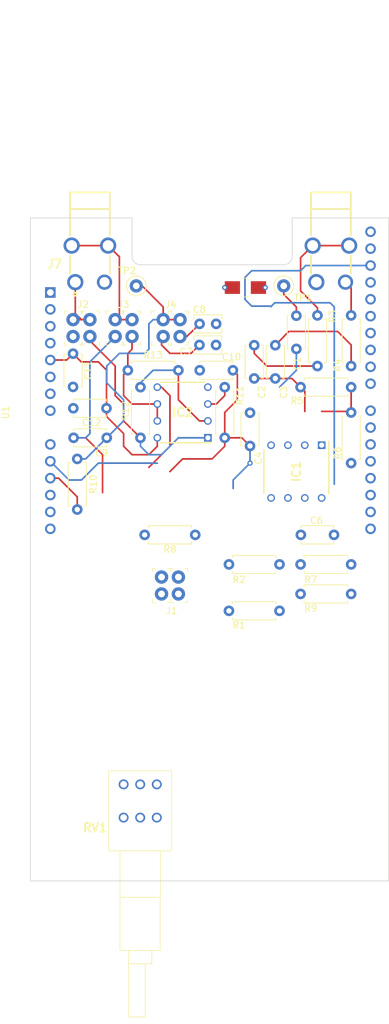
<source format=kicad_pcb>
(kicad_pcb (version 20211014) (generator pcbnew)
  (layers (0 "F.Cu" signal) (31 "B.Cu" signal) (34 "B.Paste" user) (35 "F.Paste" user) (36 "B.SilkS" user "B.Silkscreen") (37 "F.SilkS" user "F.Silkscreen") (38 "B.Mask" user) (39 "F.Mask" user) (44 "Edge.Cuts" user))
  (net 0 "")
  (net 1 "Net-(C1-Pad1)")
  (net 2 "Net-(C1-Pad2)")
  (net 3 "Net-(C2-Pad1)")
  (net 4 "Net-(C2-Pad2)")
  (net 5 "Net-(C3-Pad1)")
  (net 6 "GND")
  (net 7 "Net-(C10-Pad2)")
  (net 8 "VDDA")
  (net 9 "Net-(C7-Pad1)")
  (net 10 "Net-(C8-Pad1)")
  (net 11 "Net-(C9-Pad1)")
  (net 12 "Net-(C9-Pad2)")
  (net 13 "+5V")
  (net 14 "Net-(IC1-Pad1)")
  (net 15 "Net-(IC1-Pad3)")
  (net 16 "Net-(IC1-Pad6)")
  (net 17 "Net-(IC2-Pad1)")
  (net 18 "Net-(IC2-Pad2)")
  (net 19 "Net-(IC2-Pad3)")
  (net 20 "Net-(IC2-Pad5)")
  (net 21 "Net-(IC2-Pad6)")
  (net 22 "Net-(R3-Pad1)")
  (net 23 "Net-(R4-Pad1)")
  (net 24 "Net-(J2-Pad1)")
  (net 25 "Net-(J2-Pad2)")
  (net 26 "Net-(J3-Pad2)")
  (net 27 "Net-(J6-Pad2)")
  (net 28 "Net-(J10-Pad1)")
  (net 30 "Net-(R10-Pad1)")
  (footprint "Capacitor_THT:C_Disc_D4.7mm_W2.5mm_P5.00mm" (layer "F.Cu") (at 83.82 102.83 90)
    (fp_text reference "C11" (at 2.5 2.286 90) (layer "F.SilkS"))
    (fp_text value "0.1μ" hide)
    (pad "1" thru_hole circle (at 0 0 90) (size 1.6 1.6) (drill 0.8) (layers *.Cu *.Mask) (net 6 "GND"))
    (pad "2" thru_hole circle (at 5 0 90) (size 1.6 1.6) (drill 0.8) (layers *.Cu *.Mask) (net 13 "+5V"))
  )
  (footprint "Capacitor_THT:C_Disc_D4.7mm_W2.5mm_P5.00mm" (layer "F.Cu") (at 88.9 110.49 180)
    (fp_text reference "C9" (at 0.762 -2.286) (layer "F.SilkS"))
    (fp_text value "0.1μ" hide)
    (pad "1" thru_hole circle (at 0 0 180) (size 1.6 1.6) (drill 0.8) (layers *.Cu *.Mask) (net 11 "Net-(C9-Pad1)"))
    (pad "2" thru_hole circle (at 5 0 180) (size 1.6 1.6) (drill 0.8) (layers *.Cu *.Mask) (net 12 "Net-(C9-Pad2)"))
  )
  (footprint "TestPoint:TestPoint_Loop_D2.50mm_Drill1.0mm" (layer "F.Cu") (at 115.57 87.63)
    (fp_text reference "TP1" (at 2.921 1.778) (layer "F.SilkS"))
    (fp_text value "入力" hide)
    (pad "1" thru_hole circle (at 0 0) (size 2 2) (drill 1) (layers *.Cu *.Mask) (net 2 "Net-(C1-Pad2)"))
  )
  (footprint "Library:Arduino_header" (layer "F.Cu") (at 100.715 68.305)
    (fp_text reference "U1" (at -27.055 38.375 90) (layer "F.SilkS"))
    (fp_text value "Nucleo64-F446")
    (pad "1" thru_hole rect (at -20.32 20.32) (size 1.6 1.6) (drill 1) (layers *.Cu *.Mask))
    (pad "2" thru_hole oval (at -20.32 22.86) (size 1.6 1.6) (drill 1) (layers *.Cu *.Mask))
    (pad "3" thru_hole oval (at -20.32 25.4) (size 1.6 1.6) (drill 1) (layers *.Cu *.Mask))
    (pad "4" thru_hole oval (at -20.32 27.94) (size 1.6 1.6) (drill 1) (layers *.Cu *.Mask))
    (pad "5" thru_hole oval (at -20.32 30.48) (size 1.6 1.6) (drill 1) (layers *.Cu *.Mask) (net 13 "+5V"))
    (pad "6" thru_hole oval (at -20.32 33.02) (size 1.6 1.6) (drill 1) (layers *.Cu *.Mask) (net 6 "GND"))
    (pad "7" thru_hole oval (at -20.32 35.56) (size 1.6 1.6) (drill 1) (layers *.Cu *.Mask) (net 6 "GND"))
    (pad "8" thru_hole oval (at -20.32 38.1) (size 1.6 1.6) (drill 1) (layers *.Cu *.Mask))
    (pad "9" thru_hole oval (at -20.32 43.18) (size 1.6 1.6) (drill 1) (layers *.Cu *.Mask))
    (pad "10" thru_hole oval (at -20.32 45.72) (size 1.6 1.6) (drill 1) (layers *.Cu *.Mask) (net 25 "Net-(J2-Pad2)"))
    (pad "11" thru_hole oval (at -20.32 48.26) (size 1.6 1.6) (drill 1) (layers *.Cu *.Mask) (net 30 "Net-(R10-Pad1)"))
    (pad "12" thru_hole oval (at -20.32 50.8) (size 1.6 1.6) (drill 1) (layers *.Cu *.Mask))
    (pad "13" thru_hole oval (at -20.32 53.34) (size 1.6 1.6) (drill 1) (layers *.Cu *.Mask))
    (pad "14" thru_hole oval (at -20.32 55.88) (size 1.6 1.6) (drill 1) (layers *.Cu *.Mask))
    (pad "15" thru_hole oval (at 27.94 55.88) (size 1.6 1.6) (drill 1) (layers *.Cu *.Mask))
    (pad "16" thru_hole oval (at 27.94 53.34) (size 1.6 1.6) (drill 1) (layers *.Cu *.Mask))
    (pad "17" thru_hole oval (at 27.94 50.8) (size 1.6 1.6) (drill 1) (layers *.Cu *.Mask))
    (pad "18" thru_hole oval (at 27.94 48.26) (size 1.6 1.6) (drill 1) (layers *.Cu *.Mask))
    (pad "19" thru_hole oval (at 27.94 45.72) (size 1.6 1.6) (drill 1) (layers *.Cu *.Mask))
    (pad "20" thru_hole oval (at 27.94 43.18) (size 1.6 1.6) (drill 1) (layers *.Cu *.Mask))
    (pad "21" thru_hole oval (at 27.94 40.64) (size 1.6 1.6) (drill 1) (layers *.Cu *.Mask))
    (pad "22" thru_hole oval (at 27.94 38.1) (size 1.6 1.6) (drill 1) (layers *.Cu *.Mask))
    (pad "23" thru_hole oval (at 27.94 34.04) (size 1.6 1.6) (drill 1) (layers *.Cu *.Mask))
    (pad "24" thru_hole oval (at 27.94 31.5) (size 1.6 1.6) (drill 1) (layers *.Cu *.Mask))
    (pad "25" thru_hole oval (at 27.94 28.96) (size 1.6 1.6) (drill 1) (layers *.Cu *.Mask))
    (pad "26" thru_hole oval (at 27.94 26.42) (size 1.6 1.6) (drill 1) (layers *.Cu *.Mask))
    (pad "27" thru_hole oval (at 27.94 23.88) (size 1.6 1.6) (drill 1) (layers *.Cu *.Mask))
    (pad "28" thru_hole oval (at 27.94 21.34) (size 1.6 1.6) (drill 1) (layers *.Cu *.Mask))
    (pad "29" thru_hole oval (at 27.94 18.8) (size 1.6 1.6) (drill 1) (layers *.Cu *.Mask) (net 6 "GND"))
    (pad "30" thru_hole oval (at 27.94 16.26) (size 1.6 1.6) (drill 1) (layers *.Cu *.Mask) (net 8 "VDDA"))
    (pad "31" thru_hole oval (at 27.94 13.72) (size 1.6 1.6) (drill 1) (layers *.Cu *.Mask))
    (pad "32" thru_hole oval (at 27.94 11.18) (size 1.6 1.6) (drill 1) (layers *.Cu *.Mask))
  )
  (footprint "Resistor_THT:R_Axial_DIN0207_L6.3mm_D2.5mm_P7.62mm_Horizontal" (layer "F.Cu") (at 93.98 110.49 90)
    (fp_text reference "R12" (at 4.064 -2.286 90) (layer "F.SilkS"))
    (fp_text value "100k" hide)
    (pad "1" thru_hole circle (at 0 0 90) (size 1.6 1.6) (drill 0.8) (layers *.Cu *.Mask) (net 17 "Net-(IC2-Pad1)"))
    (pad "2" thru_hole oval (at 7.62 0 90) (size 1.6 1.6) (drill 0.8) (layers *.Cu *.Mask) (net 18 "Net-(IC2-Pad2)"))
  )
  (footprint "Resistor_THT:R_Axial_DIN0207_L6.3mm_D2.5mm_P7.62mm_Horizontal" (layer "F.Cu") (at 84.455 121.285 90)
    (fp_text reference "R10" (at 3.81 2.413 90) (layer "F.SilkS"))
    (fp_text value "6.8k" hide)
    (pad "1" thru_hole circle (at 0 0 90) (size 1.6 1.6) (drill 0.8) (layers *.Cu *.Mask) (net 30 "Net-(R10-Pad1)"))
    (pad "2" thru_hole oval (at 7.62 0 90) (size 1.6 1.6) (drill 0.8) (layers *.Cu *.Mask) (net 11 "Net-(C9-Pad1)"))
  )
  (footprint "Resistor_THT:R_Axial_DIN0207_L6.3mm_D2.5mm_P7.62mm_Horizontal" (layer "F.Cu") (at 114.935 136.525 180)
    (fp_text reference "R1" (at 6.096 -2.159) (layer "F.SilkS"))
    (fp_text value "100k" hide)
    (pad "1" thru_hole circle (at 0 0 180) (size 1.6 1.6) (drill 0.8) (layers *.Cu *.Mask) (net 1 "Net-(C1-Pad1)"))
    (pad "2" thru_hole oval (at 7.62 0 180) (size 1.6 1.6) (drill 0.8) (layers *.Cu *.Mask) (net 7 "Net-(C10-Pad2)"))
  )
  (footprint "Capacitor_THT:C_Disc_D4.7mm_W2.5mm_P5.00mm" (layer "F.Cu") (at 83.86 106.045)
    (fp_text reference "C12" (at 2.754 2.159) (layer "F.SilkS"))
    (fp_text value "100μ" hide)
    (pad "1" thru_hole circle (at 0 0) (size 1.6 1.6) (drill 0.8) (layers *.Cu *.Mask) (net 6 "GND"))
    (pad "2" thru_hole circle (at 5 0) (size 1.6 1.6) (drill 0.8) (layers *.Cu *.Mask) (net 13 "+5V"))
  )
  (footprint "RScomponents:MJ-8435" (layer "F.Cu") (at 122.682 76.0675)
    (fp_text reference "J1" hide)
    (fp_text value "MJ-8435" hide)
    (pad "1" thru_hole circle (at -2.2 11) (size 2.45 2.45) (drill 1.64) (layers *.Cu *.Mask) (net 6 "GND"))
    (pad "2" thru_hole circle (at -2.75 5.5) (size 2.45 2.45) (drill 1.64) (layers *.Cu *.Mask) (net 22 "Net-(R3-Pad1)"))
    (pad "3" thru_hole circle (at 2.75 5.5) (size 2.45 2.45) (drill 1.64) (layers *.Cu *.Mask) (net 22 "Net-(R3-Pad1)"))
    (pad "4" thru_hole circle (at 2.2 11) (size 2.3 2.3) (drill 1.53) (layers *.Cu *.Mask) (net 23 "Net-(R4-Pad1)"))
  )
  (footprint "Resistor_THT:R_Axial_DIN0207_L6.3mm_D2.5mm_P7.62mm_Horizontal" (layer "F.Cu") (at 120.65 92.075 -90)
    (fp_text reference "R3" (at 0.127 -2.286 90) (layer "F.SilkS"))
    (fp_text value "47k" hide)
    (pad "1" thru_hole circle (at 0 0 270) (size 1.6 1.6) (drill 0.8) (layers *.Cu *.Mask) (net 22 "Net-(R3-Pad1)"))
    (pad "2" thru_hole oval (at 7.62 0 270) (size 1.6 1.6) (drill 0.8) (layers *.Cu *.Mask) (net 3 "Net-(C2-Pad1)"))
  )
  (footprint "digikey-footprints:Jumper_Tin_P5.32mm" (layer "F.Cu") (at 109.1 87.884)
    (fp_text reference "REF**" hide)
    (fp_text value "Jumper_Tin_P5.32mm" hide)
    (pad "1" smd rect (at -1.27 0) (size 2.3 1.91) (layers "F.Cu" "F.Paste" "F.Mask") (net 6 "GND"))
    (pad "2" smd rect (at 2.66 0) (size 2.3 1.91) (layers "F.Cu" "F.Paste" "F.Mask") (net 6 "GND"))
  )
  (footprint "Capacitor_THT:C_Disc_D4.7mm_W2.5mm_P5.00mm" (layer "F.Cu") (at 117.475 97.115 90)
    (fp_text reference "C1" (at -2.199 0.127 90) (layer "F.SilkS"))
    (fp_text value "0.1μ" hide)
    (pad "1" thru_hole circle (at 0 0 90) (size 1.6 1.6) (drill 0.8) (layers *.Cu *.Mask) (net 1 "Net-(C1-Pad1)"))
    (pad "2" thru_hole circle (at 5 0 90) (size 1.6 1.6) (drill 0.8) (layers *.Cu *.Mask) (net 2 "Net-(C1-Pad2)"))
  )
  (footprint "digikey-footprints:PinHeader_1x2_P2.54mm_Drill1.02mm" (layer "F.Cu") (at 97.405 95.25 90)
    (fp_text reference "J4" (at 4.826 1.147 180) (layer "F.SilkS"))
    (fp_text value "22-23-2021" hide)
    (pad "1" thru_hole circle (at 0 0 90) (size 2.02 2.02) (drill 1.02) (layers *.Cu *.Mask) (net 9 "Net-(C7-Pad1)"))
    (pad "2" thru_hole circle (at 2.54 0 90) (size 2.02 2.02) (drill 1.02) (layers *.Cu *.Mask) (net 11 "Net-(C9-Pad1)"))
  )
  (footprint "Resistor_THT:R_Axial_DIN0207_L6.3mm_D2.5mm_P7.62mm_Horizontal" (layer "F.Cu") (at 125.73 133.985 180)
    (fp_text reference "R9" (at 6.096 -2.159) (layer "F.SilkS"))
    (fp_text value "22" hide)
    (pad "1" thru_hole circle (at 0 0 180) (size 1.6 1.6) (drill 0.8) (layers *.Cu *.Mask) (net 16 "Net-(IC1-Pad6)"))
    (pad "2" thru_hole oval (at 7.62 0 180) (size 1.6 1.6) (drill 0.8) (layers *.Cu *.Mask) (net 24 "Net-(J2-Pad1)"))
  )
  (footprint "TestPoint:TestPoint_Loop_D2.50mm_Drill1.0mm" (layer "F.Cu") (at 93.345 87.63)
    (fp_text reference "TP2" (at -1.397 -2.286 180) (layer "F.SilkS"))
    (fp_text value "出力")
    (pad "1" thru_hole circle (at 0 0) (size 2 2) (drill 1) (layers *.Cu *.Mask) (net 11 "Net-(C9-Pad1)"))
  )
  (footprint "Capacitor_THT:C_Rect_L4.0mm_W2.5mm_P2.50mm" (layer "F.Cu") (at 102.89 93.345)
    (fp_text reference "C8" (at -0.02 -2.159) (layer "F.SilkS"))
    (fp_text value "0.001μ(mila)" hide)
    (pad "1" thru_hole circle (at 0 0) (size 1.6 1.6) (drill 0.8) (layers *.Cu *.Mask) (net 10 "Net-(C8-Pad1)"))
    (pad "2" thru_hole circle (at 2.5 0) (size 1.6 1.6) (drill 0.8) (layers *.Cu *.Mask) (net 6 "GND"))
  )
  (footprint "RScomponents:MJ-8435" (layer "F.Cu") (at 86.36 76.0675)
    (fp_text reference "J7" (at -5.334 8.2605) (layer "F.SilkS") (effects (font (size 1.27 1.27) (thickness 0.254))))
    (fp_text value "MJ-8435" hide)
    (pad "1" thru_hole circle locked (at -2.2 11) (size 2.45 2.45) (drill 1.64) (layers *.Cu *.Mask) (net 27 "Net-(J6-Pad2)"))
    (pad "2" thru_hole circle locked (at -2.75 5.5) (size 2.45 2.45) (drill 1.64) (layers *.Cu *.Mask) (net 28 "Net-(J10-Pad1)"))
    (pad "3" thru_hole circle locked (at 2.75 5.5) (size 2.45 2.45) (drill 1.64) (layers *.Cu *.Mask) (net 28 "Net-(J10-Pad1)"))
    (pad "4" thru_hole circle locked (at 2.2 11) (size 2.3 2.3) (drill 1.53) (layers *.Cu *.Mask))
  )
  (footprint "Resistor_THT:R_Axial_DIN0207_L6.3mm_D2.5mm_P7.62mm_Horizontal" (layer "F.Cu") (at 125.73 114.3 90)
    (fp_text reference "R6" (at 1.524 -2.032 90) (layer "F.SilkS"))
    (fp_text value "22" hide)
    (pad "1" thru_hole circle (at 0 0 90) (size 1.6 1.6) (drill 0.8) (layers *.Cu *.Mask) (net 26 "Net-(J3-Pad2)"))
    (pad "2" thru_hole oval (at 7.62 0 90) (size 1.6 1.6) (drill 0.8) (layers *.Cu *.Mask) (net 14 "Net-(IC1-Pad1)"))
  )
  (footprint "digikey-footprints:PinHeader_1x2_P2.54mm_Drill1.02mm" (layer "F.Cu") (at 90.17 95.25 90)
    (fp_text reference "J3" (at 4.826 1.27 180) (layer "F.SilkS"))
    (fp_text value "22-23-2021" hide)
    (pad "1" thru_hole circle (at 0 0 90) (size 2.02 2.02) (drill 1.02) (layers *.Cu *.Mask) (net 12 "Net-(C9-Pad2)"))
    (pad "2" thru_hole circle (at 2.54 0 90) (size 2.02 2.02) (drill 1.02) (layers *.Cu *.Mask) (net 28 "Net-(J10-Pad1)"))
  )
  (footprint "digikey-footprints:PinHeader_1x2_P2.54mm_Drill1.02mm" (layer "F.Cu") (at 97.155 133.985 90)
    (fp_text reference "J1" (at -2.54 1.524 180) (layer "F.SilkS"))
    (fp_text value "22-23-2021" hide)
    (pad "1" thru_hole circle (at 0 0 90) (size 2.02 2.02) (drill 1.02) (layers *.Cu *.Mask) (net 24 "Net-(J2-Pad1)"))
    (pad "2" thru_hole circle (at 2.54 0 90) (size 2.02 2.02) (drill 1.02) (layers *.Cu *.Mask) (net 25 "Net-(J2-Pad2)"))
  )
  (footprint "Resistor_THT:R_Axial_DIN0207_L6.3mm_D2.5mm_P7.62mm_Horizontal" (layer "F.Cu") (at 125.73 129.54 180)
    (fp_text reference "R7" (at 6.096 -2.286) (layer "F.SilkS"))
    (fp_text value "220k" hide)
    (pad "1" thru_hole circle (at 0 0 180) (size 1.6 1.6) (drill 0.8) (layers *.Cu *.Mask) (net 8 "VDDA"))
    (pad "2" thru_hole oval (at 7.62 0 180) (size 1.6 1.6) (drill 0.8) (layers *.Cu *.Mask) (net 7 "Net-(C10-Pad2)"))
  )
  (footprint "Resistor_THT:R_Axial_DIN0207_L6.3mm_D2.5mm_P7.62mm_Horizontal" (layer "F.Cu") (at 94.615 125.095)
    (fp_text reference "R8" (at 3.81 2.159) (layer "F.SilkS"))
    (fp_text value "220k" hide)
    (pad "1" thru_hole circle (at 0 0) (size 1.6 1.6) (drill 0.8) (layers *.Cu *.Mask) (net 7 "Net-(C10-Pad2)"))
    (pad "2" thru_hole oval (at 7.62 0) (size 1.6 1.6) (drill 0.8) (layers *.Cu *.Mask) (net 6 "GND"))
  )
  (footprint "Resistor_THT:R_Axial_DIN0207_L6.3mm_D2.5mm_P7.62mm_Horizontal" (layer "F.Cu") (at 92.075 100.33)
    (fp_text reference "R13" (at 3.81 -2.286) (layer "F.SilkS"))
    (fp_text value "100k" hide)
    (pad "1" thru_hole circle (at 0 0) (size 1.6 1.6) (drill 0.8) (layers *.Cu *.Mask) (net 21 "Net-(IC2-Pad6)"))
    (pad "2" thru_hole oval (at 7.62 0) (size 1.6 1.6) (drill 0.8) (layers *.Cu *.Mask) (net 18 "Net-(IC2-Pad2)"))
  )
  (footprint "Resistor_THT:R_Axial_DIN0207_L6.3mm_D2.5mm_P7.62mm_Horizontal" (layer "F.Cu") (at 106.68 110.49 90)
    (fp_text reference "R11" (at 6.35 2.286 90) (layer "F.SilkS"))
    (fp_text value "100k" hide)
    (pad "1" thru_hole circle (at 0 0 90) (size 1.6 1.6) (drill 0.8) (layers *.Cu *.Mask) (net 7 "Net-(C10-Pad2)"))
    (pad "2" thru_hole oval (at 7.62 0 90) (size 1.6 1.6) (drill 0.8) (layers *.Cu *.Mask) (net 19 "Net-(IC2-Pad3)"))
  )
  (footprint "digikey-footprints:PinHeader_1x2_P2.54mm_Drill1.02mm" (layer "F.Cu") (at 99.695 131.445 -90)
    (fp_text reference "J3" hide)
    (fp_text value "22-23-2021" hide)
    (pad "1" thru_hole circle (at 0 0 270) (size 2.02 2.02) (drill 1.02) (layers *.Cu *.Mask) (net 25 "Net-(J2-Pad2)"))
    (pad "2" thru_hole circle (at 2.54 0 270) (size 2.02 2.02) (drill 1.02) (layers *.Cu *.Mask) (net 26 "Net-(J3-Pad2)"))
  )
  (footprint "digikey-footprints:PinHeader_1x2_P2.54mm_Drill1.02mm" (layer "F.Cu") (at 99.945 95.25 90)
    (fp_text reference "J5" hide)
    (fp_text value "22-23-2021" hide)
    (pad "1" thru_hole circle (at 0 0 90) (size 2.02 2.02) (drill 1.02) (layers *.Cu *.Mask) (net 10 "Net-(C8-Pad1)"))
    (pad "2" thru_hole circle (at 2.54 0 90) (size 2.02 2.02) (drill 1.02) (layers *.Cu *.Mask) (net 11 "Net-(C9-Pad1)"))
  )
  (footprint "Capacitor_THT:C_Rect_L4.0mm_W2.5mm_P2.50mm" (layer "F.Cu") (at 102.87 96.52)
    (fp_text reference "C7" (at -2.032 1.016) (layer "F.SilkS"))
    (fp_text value "0.0047μ(mila)" hide)
    (pad "1" thru_hole circle (at 0 0) (size 1.6 1.6) (drill 0.8) (layers *.Cu *.Mask) (net 9 "Net-(C7-Pad1)"))
    (pad "2" thru_hole circle (at 2.5 0) (size 1.6 1.6) (drill 0.8) (layers *.Cu *.Mask) (net 6 "GND"))
  )
  (footprint "Capacitor_THT:C_Disc_D4.7mm_W2.5mm_P5.00mm" (layer "F.Cu") (at 114.3 96.56 -90)
    (fp_text reference "C3" (at 7.072 -1.27 90) (layer "F.SilkS"))
    (fp_text value "1μ" hide)
    (pad "1" thru_hole circle (at 0 0 270) (size 1.6 1.6) (drill 0.8) (layers *.Cu *.Mask) (net 5 "Net-(C3-Pad1)"))
    (pad "2" thru_hole circle (at 5 0 270) (size 1.6 1.6) (drill 0.8) (layers *.Cu *.Mask) (net 4 "Net-(C2-Pad2)"))
  )
  (footprint "Capacitor_THT:C_Disc_D4.7mm_W2.5mm_P5.00mm" (layer "F.Cu") (at 102.91 100.33)
    (fp_text reference "C10" (at 4.786 -2.032) (layer "F.SilkS"))
    (fp_text value "1μ" hide)
    (pad "1" thru_hole circle (at 0 0) (size 1.6 1.6) (drill 0.8) (layers *.Cu *.Mask) (net 6 "GND"))
    (pad "2" thru_hole circle (at 5 0) (size 1.6 1.6) (drill 0.8) (layers *.Cu *.Mask) (net 7 "Net-(C10-Pad2)"))
  )
  (footprint "RScomponents:DIP762W56P254L880H425Q8N" (layer "F.Cu") (at 100.33 106.68 180)
    (fp_text reference "IC2" (at 0 0) (layer "F.SilkS") (effects (font (size 1.27 1.27) (thickness 0.254))))
    (fp_text value "NJU7043D" hide)
    (pad "1" thru_hole rect locked (at -3.81 -3.81 180) (size 1.16 1.16) (drill 0.76) (layers *.Cu *.Mask) (net 17 "Net-(IC2-Pad1)"))
    (pad "2" thru_hole circle locked (at -3.81 -1.27 180) (size 1.16 1.16) (drill 0.76) (layers *.Cu *.Mask) (net 18 "Net-(IC2-Pad2)"))
    (pad "3" thru_hole circle locked (at -3.81 1.27 180) (size 1.16 1.16) (drill 0.76) (layers *.Cu *.Mask) (net 19 "Net-(IC2-Pad3)"))
    (pad "4" thru_hole circle locked (at -3.81 3.81 180) (size 1.16 1.16) (drill 0.76) (layers *.Cu *.Mask) (net 6 "GND"))
    (pad "5" thru_hole circle locked (at 3.81 3.81 180) (size 1.16 1.16) (drill 0.76) (layers *.Cu *.Mask) (net 20 "Net-(IC2-Pad5)"))
    (pad "6" thru_hole circle locked (at 3.81 1.27 180) (size 1.16 1.16) (drill 0.76) (layers *.Cu *.Mask) (net 21 "Net-(IC2-Pad6)"))
    (pad "7" thru_hole circle locked (at 3.81 -1.27 180) (size 1.16 1.16) (drill 0.76) (layers *.Cu *.Mask) (net 21 "Net-(IC2-Pad6)"))
    (pad "8" thru_hole circle locked (at 3.81 -3.81 180) (size 1.16 1.16) (drill 0.76) (layers *.Cu *.Mask) (net 13 "+5V"))
  )
  (footprint "Resistor_THT:R_Axial_DIN0207_L6.3mm_D2.5mm_P7.62mm_Horizontal" (layer "F.Cu") (at 107.315 129.54)
    (fp_text reference "R2" (at 1.524 2.286) (layer "F.SilkS"))
    (fp_text value "100k" hide)
    (pad "1" thru_hole circle (at 0 0) (size 1.6 1.6) (drill 0.8) (layers *.Cu *.Mask) (net 7 "Net-(C10-Pad2)"))
    (pad "2" thru_hole oval (at 7.62 0) (size 1.6 1.6) (drill 0.8) (layers *.Cu *.Mask) (net 15 "Net-(IC1-Pad3)"))
  )
  (footprint "Capacitor_THT:C_Disc_D4.7mm_W2.5mm_P5.00mm" (layer "F.Cu") (at 110.49 106.72 -90)
    (fp_text reference "C4" (at 6.818 -1.27 90) (layer "F.SilkS"))
    (fp_text value "1μ" hide)
    (pad "1" thru_hole circle (at 0 0 270) (size 1.6 1.6) (drill 0.8) (layers *.Cu *.Mask) (net 6 "GND"))
    (pad "2" thru_hole circle (at 5 0 270) (size 1.6 1.6) (drill 0.8) (layers *.Cu *.Mask) (net 7 "Net-(C10-Pad2)"))
  )
  (footprint "Capacitor_THT:C_Disc_D4.7mm_W2.5mm_P5.00mm" (layer "F.Cu") (at 118.15 125.095)
    (fp_text reference "C6" (at 2.373 -2.159) (layer "F.SilkS"))
    (fp_text value "0.1μ" hide)
    (pad "1" thru_hole circle (at 0 0) (size 1.6 1.6) (drill 0.8) (layers *.Cu *.Mask) (net 6 "GND"))
    (pad "2" thru_hole circle (at 5 0) (size 1.6 1.6) (drill 0.8) (layers *.Cu *.Mask) (net 8 "VDDA"))
  )
  (footprint "digikey-footprints:PinHeader_1x2_P2.54mm_Drill1.02mm" (layer "F.Cu") (at 83.82 92.71 -90)
    (fp_text reference "J2" (at -2.286 -1.524 180) (layer "F.SilkS"))
    (fp_text value "22-23-2021" hide)
    (pad "1" thru_hole circle (at 0 0 270) (size 2.02 2.02) (drill 1.02) (layers *.Cu *.Mask) (net 27 "Net-(J6-Pad2)"))
    (pad "2" thru_hole circle (at 2.54 0 270) (size 2.02 2.02) (drill 1.02) (layers *.Cu *.Mask) (net 6 "GND"))
  )
  (footprint "Resistor_THT:R_Axial_DIN0207_L6.3mm_D2.5mm_P7.62mm_Horizontal" (layer "F.Cu") (at 118.11 102.87)
    (fp_text reference "R5" (at -0.508 2.032) (layer "F.SilkS"))
    (fp_text value "100k" hide)
    (pad "1" thru_hole circle (at 0 0) (size 1.6 1.6) (drill 0.8) (layers *.Cu *.Mask) (net 4 "Net-(C2-Pad2)"))
    (pad "2" thru_hole oval (at 7.62 0) (size 1.6 1.6) (drill 0.8) (layers *.Cu *.Mask) (net 14 "Net-(IC1-Pad1)"))
  )
  (footprint "Capacitor_THT:C_Disc_D4.7mm_W2.5mm_P5.00mm" (layer "F.Cu") (at 111.125 96.56 -90)
    (fp_text reference "C2" (at 7.072 -1.143 90) (layer "F.SilkS"))
    (fp_text value "1μ" hide)
    (pad "1" thru_hole circle (at 0 0 270) (size 1.6 1.6) (drill 0.8) (layers *.Cu *.Mask) (net 3 "Net-(C2-Pad1)"))
    (pad "2" thru_hole circle (at 5 0 270) (size 1.6 1.6) (drill 0.8) (layers *.Cu *.Mask) (net 4 "Net-(C2-Pad2)"))
  )
  (footprint "RScomponents:DIP794W56P254L946H432Q8N" (layer "F.Cu") (at 117.475 115.57 -90)
    (fp_text reference "IC1" (at 0 0 90) (layer "F.SilkS") (effects (font (size 1.27 1.27) (thickness 0.254))))
    (fp_text value "MCP6022-I_P" hide)
    (pad "1" thru_hole rect locked (at -3.97 -3.81 270) (size 1.16 1.16) (drill 0.76) (layers *.Cu *.Mask) (net 14 "Net-(IC1-Pad1)"))
    (pad "2" thru_hole circle locked (at -3.97 -1.27 270) (size 1.16 1.16) (drill 0.76) (layers *.Cu *.Mask) (net 4 "Net-(C2-Pad2)"))
    (pad "3" thru_hole circle locked (at -3.97 1.27 270) (size 1.16 1.16) (drill 0.76) (layers *.Cu *.Mask) (net 15 "Net-(IC1-Pad3)"))
    (pad "4" thru_hole circle locked (at -3.97 3.81 270) (size 1.16 1.16) (drill 0.76) (layers *.Cu *.Mask) (net 6 "GND"))
    (pad "5" thru_hole circle locked (at 3.97 3.81 270) (size 1.16 1.16) (drill 0.76) (layers *.Cu *.Mask) (net 1 "Net-(C1-Pad1)"))
    (pad "6" thru_hole circle locked (at 3.97 1.27 270) (size 1.16 1.16) (drill 0.76) (layers *.Cu *.Mask) (net 16 "Net-(IC1-Pad6)"))
    (pad "7" thru_hole circle locked (at 3.97 -1.27 270) (size 1.16 1.16) (drill 0.76) (layers *.Cu *.Mask) (net 16 "Net-(IC1-Pad6)"))
    (pad "8" thru_hole circle locked (at 3.97 -3.81 270) (size 1.16 1.16) (drill 0.76) (layers *.Cu *.Mask) (net 8 "VDDA"))
  )
  (footprint "digikey-footprints:PinHeader_1x2_P2.54mm_Drill1.02mm" (layer "F.Cu") (at 86.36 95.25 90)
    (fp_text reference "J6" hide)
    (fp_text value "22-23-2021" hide)
    (pad "1" thru_hole circle (at 0 0 90) (size 2.02 2.02) (drill 1.02) (layers *.Cu *.Mask) (net 17 "Net-(IC2-Pad1)"))
    (pad "2" thru_hole circle (at 2.54 0 90) (size 2.02 2.02) (drill 1.02) (layers *.Cu *.Mask) (net 27 "Net-(J6-Pad2)"))
  )
  (footprint "digikey-footprints:PinHeader_1x2_P2.54mm_Drill1.02mm" (layer "F.Cu") (at 92.71 92.71 -90)
    (fp_text reference "J10" hide)
    (fp_text value "22-23-2021" hide)
    (pad "1" thru_hole circle (at 0 0 270) (size 2.02 2.02) (drill 1.02) (layers *.Cu *.Mask) (net 28 "Net-(J10-Pad1)"))
    (pad "2" thru_hole circle (at 2.54 0 270) (size 2.02 2.02) (drill 1.02) (layers *.Cu *.Mask) (net 21 "Net-(IC2-Pad6)"))
  )
  (footprint "RScomponents:RK097221004C" (layer "F.Cu") (at 91.44 167.64 -90)
    (fp_text reference "RV1" (at 1.524 4.318 180) (layer "F.SilkS") (effects (font (size 1.27 1.27) (thickness 0.254))))
    (fp_text value "R_Potentiometer" hide)
    (pad "R11" thru_hole circle (at 0 0 270) (size 1.5 1.5) (drill 1) (layers *.Cu *.Mask) (net 12 "Net-(C9-Pad2)"))
    (pad "R12" thru_hole circle (at 0 -2.5 270) (size 1.5 1.5) (drill 1) (layers *.Cu *.Mask) (net 20 "Net-(IC2-Pad5)"))
    (pad "R13" thru_hole circle (at 0 -5 270) (size 1.5 1.5) (drill 1) (layers *.Cu *.Mask) (net 7 "Net-(C10-Pad2)"))
    (pad "R21" thru_hole circle (at -5 0 270) (size 1.5 1.5) (drill 1) (layers *.Cu *.Mask))
    (pad "R22" thru_hole circle (at -5 -2.5 270) (size 1.5 1.5) (drill 1) (layers *.Cu *.Mask))
    (pad "R23" thru_hole circle (at -5 -5 270) (size 1.5 1.5) (drill 1) (layers *.Cu *.Mask))
  )
  (footprint "Resistor_THT:R_Axial_DIN0207_L6.3mm_D2.5mm_P7.62mm_Horizontal" (layer "F.Cu") (at 125.73 92.075 -90)
    (fp_text reference "R4" (at 7.493 2.032 90) (layer "F.SilkS"))
    (fp_text value "47k" hide)
    (pad "1" thru_hole circle (at 0 0 270) (size 1.6 1.6) (drill 0.8) (layers *.Cu *.Mask) (net 23 "Net-(R4-Pad1)"))
    (pad "2" thru_hole oval (at 7.62 0 270) (size 1.6 1.6) (drill 0.8) (layers *.Cu *.Mask) (net 5 "Net-(C3-Pad1)"))
  )
  (gr_line (start 92.71 83.185) (end 92.71 77.4) (layer "Edge.Cuts") (width 0.1))
  (gr_line (start 77.4 177.165) (end 131.4 177.165) (layer "Edge.Cuts") (width 0.1))
  (gr_line (start 116.84 83.185) (end 116.84 77.4) (layer "Edge.Cuts") (width 0.1))
  (gr_arc (start 93.98 84.455) (mid 93.081974 84.083026) (end 92.71 83.185) (layer "Edge.Cuts") (width 0.1))
  (gr_line (start 131.4 77.4) (end 131.4 177.165) (layer "Edge.Cuts") (width 0.1))
  (gr_arc (start 116.84 83.185) (mid 116.468026 84.083026) (end 115.57 84.455) (layer "Edge.Cuts") (width 0.1))
  (gr_line (start 116.84 77.4) (end 131.4 77.4) (layer "Edge.Cuts") (width 0.1))
  (gr_line (start 115.57 84.455) (end 93.98 84.455) (layer "Edge.Cuts") (width 0.1))
  (gr_line (start 77.4 77.4) (end 77.4 177.165) (layer "Edge.Cuts") (width 0.1))
  (gr_line (start 77.4 77.4) (end 92.71 77.4) (layer "Edge.Cuts") (width 0.1))
  (segment (start 117.475 100.33) (end 117.475 97.115) (width 0.25) (layer "B.Cu") (net 1))
  (segment (start 114.935 102.87) (end 117.475 100.33) (width 0.25) (layer "B.Cu") (net 1))
  (segment (start 117.475 92.115) (end 117.475 90.805) (width 0.25) (layer "F.Cu") (net 2))
  (segment (start 115.57 88.9) (end 115.57 87.63) (width 0.25) (layer "F.Cu") (net 2))
  (segment (start 117.475 90.805) (end 115.57 88.9) (width 0.25) (layer "F.Cu") (net 2))
  (segment (start 120.65 99.695) (end 113.03 99.695) (width 0.25) (layer "F.Cu") (net 3))
  (segment (start 113.03 99.695) (end 111.125 97.79) (width 0.25) (layer "F.Cu") (net 3))
  (segment (start 111.125 97.79) (end 111.125 96.56) (width 0.25) (layer "F.Cu") (net 3))
  (segment (start 118.745 103.505) (end 118.11 102.87) (width 0.25) (layer "F.Cu") (net 4))
  (segment (start 116.8 101.56) (end 118.11 102.87) (width 0.25) (layer "F.Cu") (net 4))
  (segment (start 118.745 106.52) (end 118.745 103.505) (width 0.25) (layer "F.Cu") (net 4))
  (segment (start 111.125 101.56) (end 114.3 101.56) (width 0.25) (layer "F.Cu") (net 4))
  (segment (start 116.8 101.56) (end 114.3 101.56) (width 0.25) (layer "F.Cu") (net 4))
  (segment (start 116.332 94.488) (end 123.698 94.488) (width 0.25) (layer "F.Cu") (net 5))
  (segment (start 114.3 96.56) (end 115.61 95.25) (width 0.25) (layer "F.Cu") (net 5))
  (segment (start 115.61 95.25) (end 115.61 95.21) (width 0.25) (layer "F.Cu") (net 5))
  (segment (start 125.73 96.52) (end 125.73 99.695) (width 0.25) (layer "F.Cu") (net 5))
  (segment (start 115.61 95.21) (end 116.332 94.488) (width 0.25) (layer "F.Cu") (net 5))
  (segment (start 123.698 94.488) (end 125.73 96.52) (width 0.25) (layer "F.Cu") (net 5))
  (via (at 112.776 87.884) (size 0.8) (drill 0.4) (layers "F.Cu" "B.Cu") (net 6))
  (via (at 106.68 87.884) (size 0.8) (drill 0.4) (layers "F.Cu" "B.Cu") (net 6))
  (segment (start 106.68 111.76) (end 106.68 110.49) (width 0.25) (layer "F.Cu") (net 7))
  (segment (start 104.775 113.665) (end 106.68 111.76) (width 0.25) (layer "F.Cu") (net 7))
  (segment (start 106.68 110.49) (end 106.68 106.68) (width 0.25) (layer "F.Cu") (net 7))
  (segment (start 100.33 113.665) (end 104.775 113.665) (width 0.25) (layer "F.Cu") (net 7))
  (segment (start 106.68 106.68) (end 108.585 104.775) (width 0.25) (layer "F.Cu") (net 7))
  (segment (start 98.425 115.57) (end 100.33 113.665) (width 0.25) (layer "F.Cu") (net 7))
  (segment (start 106.68 110.49) (end 109.26 110.49) (width 0.25) (layer "F.Cu") (net 7))
  (segment (start 108.585 100.965) (end 107.95 100.33) (width 0.25) (layer "F.Cu") (net 7))
  (segment (start 109.26 110.49) (end 110.49 111.72) (width 0.25) (layer "F.Cu") (net 7))
  (segment (start 107.95 100.33) (end 107.91 100.33) (width 0.25) (layer "F.Cu") (net 7))
  (segment (start 108.585 104.775) (end 108.585 100.965) (width 0.25) (layer "F.Cu") (net 7))
  (via (at 110.49 114.3) (size 0.8) (drill 0.4) (layers "F.Cu" "B.Cu") (net 7))
  (segment (start 107.95 116.84) (end 110.49 114.3) (width 0.25) (layer "B.Cu") (net 7))
  (segment (start 107.95 118.11) (end 107.95 116.84) (width 0.25) (layer "B.Cu") (net 7))
  (segment (start 110.49 114.3) (end 110.49 111.72) (width 0.25) (layer "B.Cu") (net 7))
  (segment (start 110.744 90.678) (end 113.538 90.678) (width 0.25) (layer "B.Cu") (net 8))
  (segment (start 109.728 89.662) (end 110.744 90.678) (width 0.25) (layer "B.Cu") (net 8))
  (segment (start 118.889 84.565) (end 118.11 85.344) (width 0.25) (layer "B.Cu") (net 8))
  (segment (start 123.19 105.41) (end 123.19 113.665) (width 0.25) (layer "B.Cu") (net 8))
  (segment (start 118.11 85.344) (end 110.744 85.344) (width 0.25) (layer "B.Cu") (net 8))
  (segment (start 109.728 86.36) (end 109.728 89.662) (width 0.25) (layer "B.Cu") (net 8))
  (segment (start 114.22 90.17) (end 114.3 90.17) (width 0.25) (layer "B.Cu") (net 8))
  (segment (start 113.625 90.765) (end 114.22 90.17) (width 0.25) (layer "B.Cu") (net 8))
  (segment (start 122.555 90.17) (end 123.19 90.805) (width 0.25) (layer "B.Cu") (net 8))
  (segment (start 121.92 90.17) (end 122.555 90.17) (width 0.25) (layer "B.Cu") (net 8))
  (segment (start 123.19 117.475) (end 123.19 113.665) (width 0.25) (layer "B.Cu") (net 8))
  (segment (start 114.3 90.17) (end 121.92 90.17) (width 0.25) (layer "B.Cu") (net 8))
  (segment (start 123.19 90.805) (end 123.19 105.41) (width 0.25) (layer "B.Cu") (net 8))
  (segment (start 128.545 84.455) (end 128.655 84.565) (width 0.25) (layer "B.Cu") (net 8))
  (segment (start 128.655 84.565) (end 118.889 84.565) (width 0.25) (layer "B.Cu") (net 8))
  (segment (start 110.744 85.344) (end 109.728 86.36) (width 0.25) (layer "B.Cu") (net 8))
  (segment (start 113.538 90.678) (end 113.625 90.765) (width 0.25) (layer "B.Cu") (net 8))
  (segment (start 102.87 96.52) (end 101.6 97.79) (width 0.25) (layer "F.Cu") (net 9))
  (segment (start 101.6 97.79) (end 98.425 97.79) (width 0.25) (layer "F.Cu") (net 9))
  (segment (start 98.425 97.79) (end 97.155 96.52) (width 0.25) (layer "F.Cu") (net 9))
  (segment (start 97.155 96.52) (end 97.155 95.5) (width 0.25) (layer "F.Cu") (net 9))
  (segment (start 97.425 95.27) (end 97.405 95.25) (width 0.25) (layer "F.Cu") (net 9))
  (segment (start 97.155 95.5) (end 97.405 95.25) (width 0.25) (layer "F.Cu") (net 9))
  (segment (start 101.62 94.615) (end 102.89 93.345) (width 0.25) (layer "F.Cu") (net 10))
  (segment (start 101.6 94.615) (end 101.62 94.615) (width 0.25) (layer "F.Cu") (net 10))
  (segment (start 100.58 94.615) (end 99.945 95.25) (width 0.25) (layer "F.Cu") (net 10))
  (segment (start 99.945 95.25) (end 100.965 95.25) (width 0.25) (layer "F.Cu") (net 10))
  (segment (start 100.965 95.25) (end 101.6 94.615) (width 0.25) (layer "F.Cu") (net 10))
  (segment (start 99.945 92.71) (end 97.405 92.71) (width 0.25) (layer "F.Cu") (net 11))
  (segment (start 97.405 90.805) (end 94.23 87.63) (width 0.25) (layer "F.Cu") (net 11))
  (segment (start 97.405 92.71) (end 97.405 90.805) (width 0.25) (layer "F.Cu") (net 11))
  (segment (start 91.44 107.95) (end 91.44 104.775) (width 0.25) (layer "B.Cu") (net 11))
  (segment (start 90.805 97.79) (end 94.615 97.79) (width 0.25) (layer "B.Cu") (net 11))
  (segment (start 84.455 113.665) (end 85.725 113.665) (width 0.25) (layer "B.Cu") (net 11))
  (segment (start 95.25 97.155) (end 95.25 93.345) (width 0.25) (layer "B.Cu") (net 11))
  (segment (start 88.9 110.49) (end 91.44 107.95) (width 0.25) (layer "B.Cu") (net 11))
  (segment (start 94.615 97.79) (end 95.25 97.155) (width 0.25) (layer "B.Cu") (net 11))
  (segment (start 95.25 93.345) (end 95.885 92.71) (width 0.25) (layer "B.Cu") (net 11))
  (segment (start 88.9 102.235) (end 88.9 99.695) (width 0.25) (layer "B.Cu") (net 11))
  (segment (start 91.44 104.775) (end 88.9 102.235) (width 0.25) (layer "B.Cu") (net 11))
  (segment (start 88.9 99.695) (end 90.805 97.79) (width 0.25) (layer "B.Cu") (net 11))
  (segment (start 95.885 92.71) (end 97.405 92.71) (width 0.25) (layer "B.Cu") (net 11))
  (segment (start 85.725 113.665) (end 88.9 110.49) (width 0.25) (layer "B.Cu") (net 11))
  (segment (start 88.265 118.745) (end 88.265 113.03) (width 0.25) (layer "F.Cu") (net 12))
  (segment (start 83.9 110.49) (end 85.725 110.49) (width 0.25) (layer "F.Cu") (net 12))
  (segment (start 85.725 110.49) (end 88.265 113.03) (width 0.25) (layer "F.Cu") (net 12))
  (segment (start 85.725 110.49) (end 86.36 109.855) (width 0.25) (layer "B.Cu") (net 12))
  (segment (start 86.36 99.06) (end 90.17 95.25) (width 0.25) (layer "B.Cu") (net 12))
  (segment (start 86.36 109.855) (end 86.36 99.06) (width 0.25) (layer "B.Cu") (net 12))
  (segment (start 85.725 110.49) (end 83.9 110.49) (width 0.25) (layer "B.Cu") (net 12))
  (segment (start 91.44 111.76) (end 92.71 113.03) (width 0.25) (layer "F.Cu") (net 13))
  (segment (start 85.05 99.06) (end 87.63 99.06) (width 0.25) (layer "F.Cu") (net 13))
  (segment (start 88.86 106.045) (end 88.86 107.275) (width 0.25) (layer "F.Cu") (net 13))
  (segment (start 95.25 113.03) (end 96.52 111.76) (width 0.25) (layer "F.Cu") (net 13))
  (segment (start 88.9 100.33) (end 88.86 100.37) (width 0.25) (layer "F.Cu") (net 13))
  (segment (start 87.63 99.06) (end 88.9 100.33) (width 0.25) (layer "F.Cu") (net 13))
  (segment (start 91.44 109.855) (end 91.44 111.76) (width 0.25) (layer "F.Cu") (net 13))
  (segment (start 83.82 97.83) (end 85.05 99.06) (width 0.25) (layer "F.Cu") (net 13))
  (segment (start 96.52 111.76) (end 96.52 110.49) (width 0.25) (layer "F.Cu") (net 13))
  (segment (start 88.86 100.37) (end 88.86 106.045) (width 0.25) (layer "F.Cu") (net 13))
  (segment (start 88.86 107.275) (end 91.44 109.855) (width 0.25) (layer "F.Cu") (net 13))
  (segment (start 80.395 98.785) (end 82.865 98.785) (width 0.25) (layer "F.Cu") (net 13))
  (segment (start 92.71 113.03) (end 95.25 113.03) (width 0.25) (layer "F.Cu") (net 13))
  (segment (start 82.865 98.785) (end 83.82 97.83) (width 0.25) (layer "F.Cu") (net 13))
  (segment (start 96.44 110.49) (end 96.52 110.49) (width 0.25) (layer "B.Cu") (net 13))
  (segment (start 121.285 106.52) (end 125.57 106.52) (width 0.25) (layer "F.Cu") (net 14))
  (segment (start 125.73 106.68) (end 125.73 102.87) (width 0.25) (layer "F.Cu") (net 14))
  (segment (start 125.57 106.52) (end 125.73 106.68) (width 0.25) (layer "F.Cu") (net 14))
  (segment (start 86.36 95.885) (end 86.36 95.25) (width 0.25) (layer "F.Cu") (net 17))
  (segment (start 90.17 99.695) (end 86.36 95.885) (width 0.25) (layer "F.Cu") (net 17))
  (segment (start 91.44 105.41) (end 90.17 104.14) (width 0.25) (layer "F.Cu") (net 17))
  (segment (start 90.17 104.14) (end 90.17 99.695) (width 0.25) (layer "F.Cu") (net 17))
  (segment (start 91.44 107.95) (end 91.44 105.41) (width 0.25) (layer "F.Cu") (net 17))
  (segment (start 93.98 110.49) (end 91.44 107.95) (width 0.25) (layer "F.Cu") (net 17))
  (segment (start 97.155 113.03) (end 99.695 110.49) (width 0.25) (layer "B.Cu") (net 17))
  (segment (start 93.98 111.76) (end 95.25 113.03) (width 0.25) (layer "B.Cu") (net 17))
  (segment (start 95.25 113.03) (end 97.155 113.03) (width 0.25) (layer "B.Cu") (net 17))
  (segment (start 99.695 110.49) (end 104.14 110.49) (width 0.25) (layer "B.Cu") (net 17))
  (segment (start 93.98 110.49) (end 93.98 111.76) (width 0.25) (layer "B.Cu") (net 17))
  (segment (start 104.14 107.95) (end 102.87 107.95) (width 0.25) (layer "F.Cu") (net 18))
  (segment (start 93.98 102.87) (end 93.98 102.235) (width 0.25) (layer "F.Cu") (net 18))
  (segment (start 101.6 106.68) (end 99.695 104.775) (width 0.25) (layer "F.Cu") (net 18))
  (segment (start 99.695 104.775) (end 99.695 103.505) (width 0.25) (layer "F.Cu") (net 18))
  (segment (start 102.87 107.95) (end 101.6 106.68) (width 0.25) (layer "F.Cu") (net 18))
  (segment (start 99.695 103.505) (end 99.695 100.33) (width 0.25) (layer "F.Cu") (net 18))
  (segment (start 95.885 100.33) (end 99.695 100.33) (width 0.25) (layer "B.Cu") (net 18))
  (segment (start 93.98 102.235) (end 95.885 100.33) (width 0.25) (layer "B.Cu") (net 18))
  (segment (start 93.98 102.87) (end 93.98 102.235) (width 0.25) (layer "B.Cu") (net 18))
  (segment (start 105.41 105.41) (end 106.68 104.14) (width 0.25) (layer "F.Cu") (net 19))
  (segment (start 104.14 105.41) (end 105.41 105.41) (width 0.25) (layer "F.Cu") (net 19))
  (segment (start 106.68 104.14) (end 106.68 102.87) (width 0.25) (layer "F.Cu") (net 19))
  (segment (start 98.425 111.76) (end 98.425 104.14) (width 0.25) (layer "F.Cu") (net 20))
  (segment (start 95.25 114.935) (end 98.425 111.76) (width 0.25) (layer "F.Cu") (net 20))
  (segment (start 97.155 102.87) (end 96.52 102.87) (width 0.25) (layer "F.Cu") (net 20))
  (segment (start 98.425 104.14) (end 97.155 102.87) (width 0.25) (layer "F.Cu") (net 20))
  (segment (start 92.71 105.41) (end 96.52 105.41) (width 0.25) (layer "F.Cu") (net 21))
  (segment (start 92.71 97.155) (end 92.075 97.79) (width 0.25) (layer "F.Cu") (net 21))
  (segment (start 91.44 100.965) (end 91.44 104.14) (width 0.25) (layer "F.Cu") (net 21))
  (segment (start 92.075 97.79) (end 92.075 100.33) (width 0.25) (layer "F.Cu") (net 21))
  (segment (start 92.71 95.25) (end 92.71 97.155) (width 0.25) (layer "F.Cu") (net 21))
  (segment (start 92.075 100.33) (end 91.44 100.965) (width 0.25) (layer "F.Cu") (net 21))
  (segment (start 91.44 104.14) (end 92.71 105.41) (width 0.25) (layer "F.Cu") (net 21))
  (segment (start 96.52 107.95) (end 96.52 105.41) (width 0.25) (layer "F.Cu") (net 21))
  (segment (start 118.11 83.3895) (end 119.932 81.5675) (width 0.25) (layer "F.Cu") (net 22))
  (segment (start 118.11 88.392) (end 118.11 83.3895) (width 0.25) (layer "F.Cu") (net 22))
  (segment (start 120.65 92.075) (end 120.65 90.932) (width 0.25) (layer "F.Cu") (net 22))
  (segment (start 125.432 81.5675) (end 119.932 81.5675) (width 0.25) (layer "F.Cu") (net 22))
  (segment (start 120.65 90.932) (end 118.11 88.392) (width 0.25) (layer "F.Cu") (net 22))
  (segment (start 125.73 92.075) (end 125.73 87.9155) (width 0.25) (layer "F.Cu") (net 23))
  (segment (start 125.73 87.9155) (end 124.882 87.0675) (width 0.25) (layer "F.Cu") (net 23))
  (segment (start 125.73 87.6615) (end 125.136 87.0675) (width 0.25) (layer "F.Cu") (net 23))
  (segment (start 125.73 87.4075) (end 125.39 87.0675) (width 0.25) (layer "F.Cu") (net 23))
  (segment (start 97.155 130.81) (end 97.155 131.445) (width 0.25) (layer "F.Cu") (net 25))
  (segment (start 96.52 114.3) (end 87.63 114.3) (width 0.25) (layer "B.Cu") (net 25))
  (segment (start 83.21 116.84) (end 80.395 114.025) (width 0.25) (layer "B.Cu") (net 25))
  (segment (start 87.63 114.3) (end 85.09 116.84) (width 0.25) (layer "B.Cu") (net 25))
  (segment (start 85.09 116.84) (end 83.21 116.84) (width 0.25) (layer "B.Cu") (net 25))
  (segment (start 85.09 92.71) (end 86.36 92.71) (width 0.25) (layer "F.Cu") (net 27))
  (segment (start 84.16 87.0675) (end 84.16 91.78) (width 0.25) (layer "F.Cu") (net 27))
  (segment (start 83.82 92.71) (end 85.09 92.71) (width 0.25) (layer "F.Cu") (net 27))
  (segment (start 84.16 91.78) (end 85.09 92.71) (width 0.25) (layer "F.Cu") (net 27))
  (segment (start 90.17 92.71) (end 92.71 92.71) (width 0.25) (layer "F.Cu") (net 28))
  (segment (start 89.11 81.5675) (end 90.7275 83.185) (width 0.25) (layer "F.Cu") (net 28))
  (segment (start 90.805 83.185) (end 90.805 92.075) (width 0.25) (layer "F.Cu") (net 28))
  (segment (start 89.11 81.5675) (end 83.61 81.5675) (width 0.25) (layer "F.Cu") (net 28))
  (segment (start 90.7275 83.185) (end 90.805 83.185) (width 0.25) (layer "F.Cu") (net 28))
  (segment (start 90.805 92.075) (end 90.17 92.71) (width 0.25) (layer "F.Cu") (net 28))
  (segment (start 81.64 116.565) (end 80.395 116.565) (width 0.25) (layer "F.Cu") (net 30))
  (segment (start 84.455 119.38) (end 81.64 116.565) (width 0.25) (layer "F.Cu") (net 30))
  (segment (start 84.455 121.285) (end 84.455 119.38) (width 0.25) (layer "F.Cu") (net 30))
)
</source>
